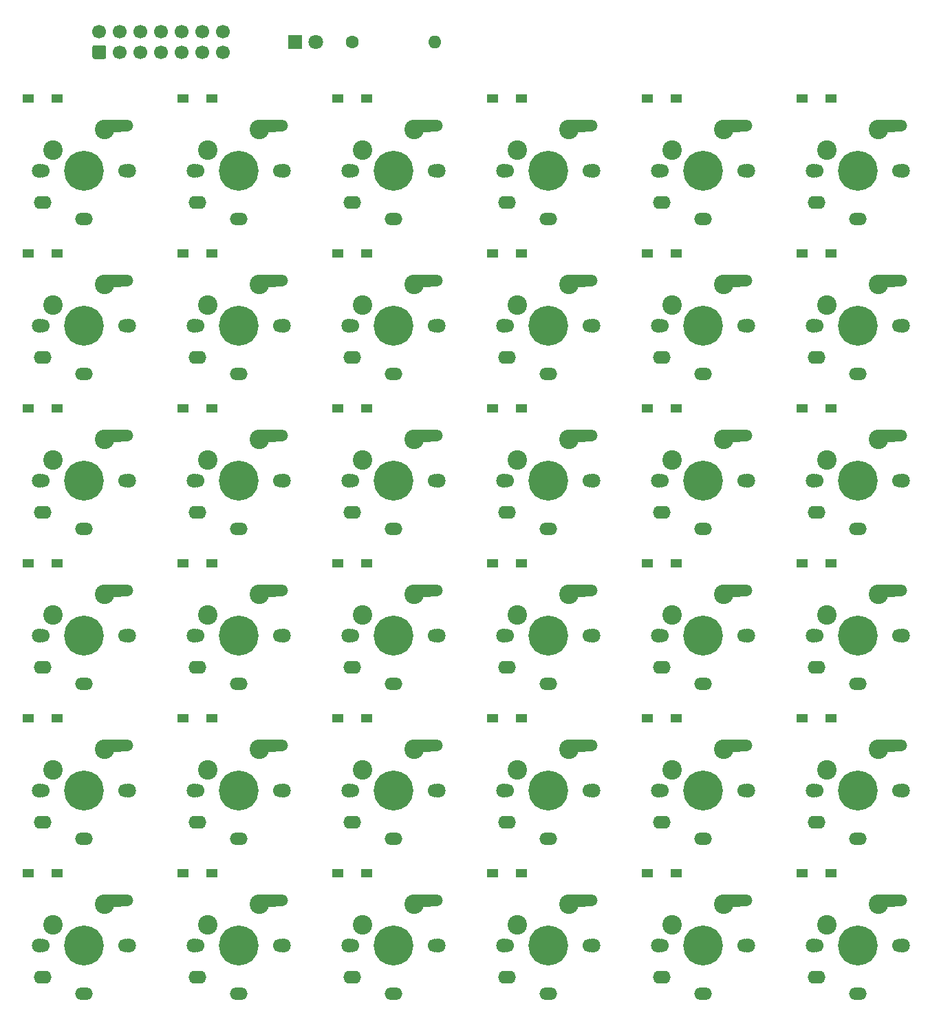
<source format=gbr>
%TF.GenerationSoftware,KiCad,Pcbnew,(5.1.10-1-10_14)*%
%TF.CreationDate,2021-11-08T13:36:25+08:00*%
%TF.ProjectId,Pragmatic,50726167-6d61-4746-9963-2e6b69636164,0.1*%
%TF.SameCoordinates,Original*%
%TF.FileFunction,Soldermask,Bot*%
%TF.FilePolarity,Negative*%
%FSLAX46Y46*%
G04 Gerber Fmt 4.6, Leading zero omitted, Abs format (unit mm)*
G04 Created by KiCad (PCBNEW (5.1.10-1-10_14)) date 2021-11-08 13:36:25*
%MOMM*%
%LPD*%
G01*
G04 APERTURE LIST*
%ADD10O,1.600000X1.600000*%
%ADD11C,1.600000*%
%ADD12C,1.700000*%
%ADD13C,1.800000*%
%ADD14R,1.800000X1.800000*%
%ADD15C,2.400000*%
%ADD16O,2.200000X1.600000*%
%ADD17C,4.900000*%
%ADD18O,2.200000X1.500000*%
%ADD19R,1.400000X1.000000*%
G04 APERTURE END LIST*
D10*
%TO.C,R1*%
X100330000Y-41275000D03*
D11*
X90170000Y-41275000D03*
%TD*%
D12*
%TO.C,J1*%
X74295000Y-40005000D03*
X71755000Y-40005000D03*
X69215000Y-40005000D03*
X66675000Y-40005000D03*
X64135000Y-40005000D03*
X61595000Y-40005000D03*
X59055000Y-40005000D03*
X74295000Y-42545000D03*
X71755000Y-42545000D03*
X69215000Y-42545000D03*
X66675000Y-42545000D03*
X64135000Y-42545000D03*
X61595000Y-42545000D03*
G36*
G01*
X59655000Y-43395000D02*
X58455000Y-43395000D01*
G75*
G02*
X58205000Y-43145000I0J250000D01*
G01*
X58205000Y-41945000D01*
G75*
G02*
X58455000Y-41695000I250000J0D01*
G01*
X59655000Y-41695000D01*
G75*
G02*
X59905000Y-41945000I0J-250000D01*
G01*
X59905000Y-43145000D01*
G75*
G02*
X59655000Y-43395000I-250000J0D01*
G01*
G37*
%TD*%
D13*
%TO.C,D37*%
X85725000Y-41275000D03*
D14*
X83185000Y-41275000D03*
%TD*%
D15*
%TO.C,SW9*%
X97790000Y-71120000D03*
G36*
G01*
X96950126Y-70678797D02*
X96950126Y-70678797D01*
G75*
G02*
X97693552Y-69922281I749971J6545D01*
G01*
X100593442Y-69896975D01*
G75*
G02*
X101349958Y-70640401I6545J-749971D01*
G01*
X101349958Y-70640401D01*
G75*
G02*
X100606532Y-71396917I-749971J-6545D01*
G01*
X97706642Y-71422223D01*
G75*
G02*
X96950126Y-70678797I-6545J749971D01*
G01*
G37*
D16*
X90150000Y-80100000D03*
D17*
X95250000Y-76200000D03*
D13*
X89750000Y-76200000D03*
X100750000Y-76200000D03*
D18*
X95250000Y-82100000D03*
D15*
X91440000Y-73660000D03*
D12*
X100330000Y-76200000D03*
X90170000Y-76200000D03*
%TD*%
D15*
%TO.C,SW3*%
X97790000Y-52070000D03*
G36*
G01*
X96950126Y-51628797D02*
X96950126Y-51628797D01*
G75*
G02*
X97693552Y-50872281I749971J6545D01*
G01*
X100593442Y-50846975D01*
G75*
G02*
X101349958Y-51590401I6545J-749971D01*
G01*
X101349958Y-51590401D01*
G75*
G02*
X100606532Y-52346917I-749971J-6545D01*
G01*
X97706642Y-52372223D01*
G75*
G02*
X96950126Y-51628797I-6545J749971D01*
G01*
G37*
D16*
X90150000Y-61050000D03*
D17*
X95250000Y-57150000D03*
D13*
X89750000Y-57150000D03*
X100750000Y-57150000D03*
D18*
X95250000Y-63050000D03*
D15*
X91440000Y-54610000D03*
D12*
X100330000Y-57150000D03*
X90170000Y-57150000D03*
%TD*%
D19*
%TO.C,D6*%
X149095000Y-48260000D03*
X145545000Y-48260000D03*
%TD*%
D15*
%TO.C,SW2*%
X78740000Y-52070000D03*
G36*
G01*
X77900126Y-51628797D02*
X77900126Y-51628797D01*
G75*
G02*
X78643552Y-50872281I749971J6545D01*
G01*
X81543442Y-50846975D01*
G75*
G02*
X82299958Y-51590401I6545J-749971D01*
G01*
X82299958Y-51590401D01*
G75*
G02*
X81556532Y-52346917I-749971J-6545D01*
G01*
X78656642Y-52372223D01*
G75*
G02*
X77900126Y-51628797I-6545J749971D01*
G01*
G37*
D16*
X71100000Y-61050000D03*
D17*
X76200000Y-57150000D03*
D13*
X70700000Y-57150000D03*
X81700000Y-57150000D03*
D18*
X76200000Y-63050000D03*
D15*
X72390000Y-54610000D03*
D12*
X81280000Y-57150000D03*
X71120000Y-57150000D03*
%TD*%
D15*
%TO.C,SW29*%
X135890000Y-128270000D03*
G36*
G01*
X135050126Y-127828797D02*
X135050126Y-127828797D01*
G75*
G02*
X135793552Y-127072281I749971J6545D01*
G01*
X138693442Y-127046975D01*
G75*
G02*
X139449958Y-127790401I6545J-749971D01*
G01*
X139449958Y-127790401D01*
G75*
G02*
X138706532Y-128546917I-749971J-6545D01*
G01*
X135806642Y-128572223D01*
G75*
G02*
X135050126Y-127828797I-6545J749971D01*
G01*
G37*
D16*
X128250000Y-137250000D03*
D17*
X133350000Y-133350000D03*
D13*
X127850000Y-133350000D03*
X138850000Y-133350000D03*
D18*
X133350000Y-139250000D03*
D15*
X129540000Y-130810000D03*
D12*
X138430000Y-133350000D03*
X128270000Y-133350000D03*
%TD*%
D15*
%TO.C,SW28*%
X116840000Y-128270000D03*
G36*
G01*
X116000126Y-127828797D02*
X116000126Y-127828797D01*
G75*
G02*
X116743552Y-127072281I749971J6545D01*
G01*
X119643442Y-127046975D01*
G75*
G02*
X120399958Y-127790401I6545J-749971D01*
G01*
X120399958Y-127790401D01*
G75*
G02*
X119656532Y-128546917I-749971J-6545D01*
G01*
X116756642Y-128572223D01*
G75*
G02*
X116000126Y-127828797I-6545J749971D01*
G01*
G37*
D16*
X109200000Y-137250000D03*
D17*
X114300000Y-133350000D03*
D13*
X108800000Y-133350000D03*
X119800000Y-133350000D03*
D18*
X114300000Y-139250000D03*
D15*
X110490000Y-130810000D03*
D12*
X119380000Y-133350000D03*
X109220000Y-133350000D03*
%TD*%
D15*
%TO.C,SW24*%
X154940000Y-109220000D03*
G36*
G01*
X154100126Y-108778797D02*
X154100126Y-108778797D01*
G75*
G02*
X154843552Y-108022281I749971J6545D01*
G01*
X157743442Y-107996975D01*
G75*
G02*
X158499958Y-108740401I6545J-749971D01*
G01*
X158499958Y-108740401D01*
G75*
G02*
X157756532Y-109496917I-749971J-6545D01*
G01*
X154856642Y-109522223D01*
G75*
G02*
X154100126Y-108778797I-6545J749971D01*
G01*
G37*
D16*
X147300000Y-118200000D03*
D17*
X152400000Y-114300000D03*
D13*
X146900000Y-114300000D03*
X157900000Y-114300000D03*
D18*
X152400000Y-120200000D03*
D15*
X148590000Y-111760000D03*
D12*
X157480000Y-114300000D03*
X147320000Y-114300000D03*
%TD*%
D19*
%TO.C,D3*%
X91945000Y-48260000D03*
X88395000Y-48260000D03*
%TD*%
%TO.C,D2*%
X72895000Y-48260000D03*
X69345000Y-48260000D03*
%TD*%
D15*
%TO.C,SW36*%
X154940000Y-147320000D03*
G36*
G01*
X154100126Y-146878797D02*
X154100126Y-146878797D01*
G75*
G02*
X154843552Y-146122281I749971J6545D01*
G01*
X157743442Y-146096975D01*
G75*
G02*
X158499958Y-146840401I6545J-749971D01*
G01*
X158499958Y-146840401D01*
G75*
G02*
X157756532Y-147596917I-749971J-6545D01*
G01*
X154856642Y-147622223D01*
G75*
G02*
X154100126Y-146878797I-6545J749971D01*
G01*
G37*
D16*
X147300000Y-156300000D03*
D17*
X152400000Y-152400000D03*
D13*
X146900000Y-152400000D03*
X157900000Y-152400000D03*
D18*
X152400000Y-158300000D03*
D15*
X148590000Y-149860000D03*
D12*
X157480000Y-152400000D03*
X147320000Y-152400000D03*
%TD*%
D15*
%TO.C,SW35*%
X135890000Y-147320000D03*
G36*
G01*
X135050126Y-146878797D02*
X135050126Y-146878797D01*
G75*
G02*
X135793552Y-146122281I749971J6545D01*
G01*
X138693442Y-146096975D01*
G75*
G02*
X139449958Y-146840401I6545J-749971D01*
G01*
X139449958Y-146840401D01*
G75*
G02*
X138706532Y-147596917I-749971J-6545D01*
G01*
X135806642Y-147622223D01*
G75*
G02*
X135050126Y-146878797I-6545J749971D01*
G01*
G37*
D16*
X128250000Y-156300000D03*
D17*
X133350000Y-152400000D03*
D13*
X127850000Y-152400000D03*
X138850000Y-152400000D03*
D18*
X133350000Y-158300000D03*
D15*
X129540000Y-149860000D03*
D12*
X138430000Y-152400000D03*
X128270000Y-152400000D03*
%TD*%
D15*
%TO.C,SW34*%
X116840000Y-147320000D03*
G36*
G01*
X116000126Y-146878797D02*
X116000126Y-146878797D01*
G75*
G02*
X116743552Y-146122281I749971J6545D01*
G01*
X119643442Y-146096975D01*
G75*
G02*
X120399958Y-146840401I6545J-749971D01*
G01*
X120399958Y-146840401D01*
G75*
G02*
X119656532Y-147596917I-749971J-6545D01*
G01*
X116756642Y-147622223D01*
G75*
G02*
X116000126Y-146878797I-6545J749971D01*
G01*
G37*
D16*
X109200000Y-156300000D03*
D17*
X114300000Y-152400000D03*
D13*
X108800000Y-152400000D03*
X119800000Y-152400000D03*
D18*
X114300000Y-158300000D03*
D15*
X110490000Y-149860000D03*
D12*
X119380000Y-152400000D03*
X109220000Y-152400000D03*
%TD*%
D15*
%TO.C,SW33*%
X97790000Y-147320000D03*
G36*
G01*
X96950126Y-146878797D02*
X96950126Y-146878797D01*
G75*
G02*
X97693552Y-146122281I749971J6545D01*
G01*
X100593442Y-146096975D01*
G75*
G02*
X101349958Y-146840401I6545J-749971D01*
G01*
X101349958Y-146840401D01*
G75*
G02*
X100606532Y-147596917I-749971J-6545D01*
G01*
X97706642Y-147622223D01*
G75*
G02*
X96950126Y-146878797I-6545J749971D01*
G01*
G37*
D16*
X90150000Y-156300000D03*
D17*
X95250000Y-152400000D03*
D13*
X89750000Y-152400000D03*
X100750000Y-152400000D03*
D18*
X95250000Y-158300000D03*
D15*
X91440000Y-149860000D03*
D12*
X100330000Y-152400000D03*
X90170000Y-152400000D03*
%TD*%
D15*
%TO.C,SW32*%
X78740000Y-147320000D03*
G36*
G01*
X77900126Y-146878797D02*
X77900126Y-146878797D01*
G75*
G02*
X78643552Y-146122281I749971J6545D01*
G01*
X81543442Y-146096975D01*
G75*
G02*
X82299958Y-146840401I6545J-749971D01*
G01*
X82299958Y-146840401D01*
G75*
G02*
X81556532Y-147596917I-749971J-6545D01*
G01*
X78656642Y-147622223D01*
G75*
G02*
X77900126Y-146878797I-6545J749971D01*
G01*
G37*
D16*
X71100000Y-156300000D03*
D17*
X76200000Y-152400000D03*
D13*
X70700000Y-152400000D03*
X81700000Y-152400000D03*
D18*
X76200000Y-158300000D03*
D15*
X72390000Y-149860000D03*
D12*
X81280000Y-152400000D03*
X71120000Y-152400000D03*
%TD*%
D15*
%TO.C,SW31*%
X59690000Y-147320000D03*
G36*
G01*
X58850126Y-146878797D02*
X58850126Y-146878797D01*
G75*
G02*
X59593552Y-146122281I749971J6545D01*
G01*
X62493442Y-146096975D01*
G75*
G02*
X63249958Y-146840401I6545J-749971D01*
G01*
X63249958Y-146840401D01*
G75*
G02*
X62506532Y-147596917I-749971J-6545D01*
G01*
X59606642Y-147622223D01*
G75*
G02*
X58850126Y-146878797I-6545J749971D01*
G01*
G37*
D16*
X52050000Y-156300000D03*
D17*
X57150000Y-152400000D03*
D13*
X51650000Y-152400000D03*
X62650000Y-152400000D03*
D18*
X57150000Y-158300000D03*
D15*
X53340000Y-149860000D03*
D12*
X62230000Y-152400000D03*
X52070000Y-152400000D03*
%TD*%
D15*
%TO.C,SW30*%
X154940000Y-128270000D03*
G36*
G01*
X154100126Y-127828797D02*
X154100126Y-127828797D01*
G75*
G02*
X154843552Y-127072281I749971J6545D01*
G01*
X157743442Y-127046975D01*
G75*
G02*
X158499958Y-127790401I6545J-749971D01*
G01*
X158499958Y-127790401D01*
G75*
G02*
X157756532Y-128546917I-749971J-6545D01*
G01*
X154856642Y-128572223D01*
G75*
G02*
X154100126Y-127828797I-6545J749971D01*
G01*
G37*
D16*
X147300000Y-137250000D03*
D17*
X152400000Y-133350000D03*
D13*
X146900000Y-133350000D03*
X157900000Y-133350000D03*
D18*
X152400000Y-139250000D03*
D15*
X148590000Y-130810000D03*
D12*
X157480000Y-133350000D03*
X147320000Y-133350000D03*
%TD*%
D15*
%TO.C,SW27*%
X97790000Y-128270000D03*
G36*
G01*
X96950126Y-127828797D02*
X96950126Y-127828797D01*
G75*
G02*
X97693552Y-127072281I749971J6545D01*
G01*
X100593442Y-127046975D01*
G75*
G02*
X101349958Y-127790401I6545J-749971D01*
G01*
X101349958Y-127790401D01*
G75*
G02*
X100606532Y-128546917I-749971J-6545D01*
G01*
X97706642Y-128572223D01*
G75*
G02*
X96950126Y-127828797I-6545J749971D01*
G01*
G37*
D16*
X90150000Y-137250000D03*
D17*
X95250000Y-133350000D03*
D13*
X89750000Y-133350000D03*
X100750000Y-133350000D03*
D18*
X95250000Y-139250000D03*
D15*
X91440000Y-130810000D03*
D12*
X100330000Y-133350000D03*
X90170000Y-133350000D03*
%TD*%
D15*
%TO.C,SW26*%
X78740000Y-128270000D03*
G36*
G01*
X77900126Y-127828797D02*
X77900126Y-127828797D01*
G75*
G02*
X78643552Y-127072281I749971J6545D01*
G01*
X81543442Y-127046975D01*
G75*
G02*
X82299958Y-127790401I6545J-749971D01*
G01*
X82299958Y-127790401D01*
G75*
G02*
X81556532Y-128546917I-749971J-6545D01*
G01*
X78656642Y-128572223D01*
G75*
G02*
X77900126Y-127828797I-6545J749971D01*
G01*
G37*
D16*
X71100000Y-137250000D03*
D17*
X76200000Y-133350000D03*
D13*
X70700000Y-133350000D03*
X81700000Y-133350000D03*
D18*
X76200000Y-139250000D03*
D15*
X72390000Y-130810000D03*
D12*
X81280000Y-133350000D03*
X71120000Y-133350000D03*
%TD*%
D15*
%TO.C,SW25*%
X59690000Y-128270000D03*
G36*
G01*
X58850126Y-127828797D02*
X58850126Y-127828797D01*
G75*
G02*
X59593552Y-127072281I749971J6545D01*
G01*
X62493442Y-127046975D01*
G75*
G02*
X63249958Y-127790401I6545J-749971D01*
G01*
X63249958Y-127790401D01*
G75*
G02*
X62506532Y-128546917I-749971J-6545D01*
G01*
X59606642Y-128572223D01*
G75*
G02*
X58850126Y-127828797I-6545J749971D01*
G01*
G37*
D16*
X52050000Y-137250000D03*
D17*
X57150000Y-133350000D03*
D13*
X51650000Y-133350000D03*
X62650000Y-133350000D03*
D18*
X57150000Y-139250000D03*
D15*
X53340000Y-130810000D03*
D12*
X62230000Y-133350000D03*
X52070000Y-133350000D03*
%TD*%
D15*
%TO.C,SW23*%
X135890000Y-109220000D03*
G36*
G01*
X135050126Y-108778797D02*
X135050126Y-108778797D01*
G75*
G02*
X135793552Y-108022281I749971J6545D01*
G01*
X138693442Y-107996975D01*
G75*
G02*
X139449958Y-108740401I6545J-749971D01*
G01*
X139449958Y-108740401D01*
G75*
G02*
X138706532Y-109496917I-749971J-6545D01*
G01*
X135806642Y-109522223D01*
G75*
G02*
X135050126Y-108778797I-6545J749971D01*
G01*
G37*
D16*
X128250000Y-118200000D03*
D17*
X133350000Y-114300000D03*
D13*
X127850000Y-114300000D03*
X138850000Y-114300000D03*
D18*
X133350000Y-120200000D03*
D15*
X129540000Y-111760000D03*
D12*
X138430000Y-114300000D03*
X128270000Y-114300000D03*
%TD*%
D15*
%TO.C,SW22*%
X116840000Y-109220000D03*
G36*
G01*
X116000126Y-108778797D02*
X116000126Y-108778797D01*
G75*
G02*
X116743552Y-108022281I749971J6545D01*
G01*
X119643442Y-107996975D01*
G75*
G02*
X120399958Y-108740401I6545J-749971D01*
G01*
X120399958Y-108740401D01*
G75*
G02*
X119656532Y-109496917I-749971J-6545D01*
G01*
X116756642Y-109522223D01*
G75*
G02*
X116000126Y-108778797I-6545J749971D01*
G01*
G37*
D16*
X109200000Y-118200000D03*
D17*
X114300000Y-114300000D03*
D13*
X108800000Y-114300000D03*
X119800000Y-114300000D03*
D18*
X114300000Y-120200000D03*
D15*
X110490000Y-111760000D03*
D12*
X119380000Y-114300000D03*
X109220000Y-114300000D03*
%TD*%
D15*
%TO.C,SW21*%
X97790000Y-109220000D03*
G36*
G01*
X96950126Y-108778797D02*
X96950126Y-108778797D01*
G75*
G02*
X97693552Y-108022281I749971J6545D01*
G01*
X100593442Y-107996975D01*
G75*
G02*
X101349958Y-108740401I6545J-749971D01*
G01*
X101349958Y-108740401D01*
G75*
G02*
X100606532Y-109496917I-749971J-6545D01*
G01*
X97706642Y-109522223D01*
G75*
G02*
X96950126Y-108778797I-6545J749971D01*
G01*
G37*
D16*
X90150000Y-118200000D03*
D17*
X95250000Y-114300000D03*
D13*
X89750000Y-114300000D03*
X100750000Y-114300000D03*
D18*
X95250000Y-120200000D03*
D15*
X91440000Y-111760000D03*
D12*
X100330000Y-114300000D03*
X90170000Y-114300000D03*
%TD*%
D15*
%TO.C,SW20*%
X78740000Y-109220000D03*
G36*
G01*
X77900126Y-108778797D02*
X77900126Y-108778797D01*
G75*
G02*
X78643552Y-108022281I749971J6545D01*
G01*
X81543442Y-107996975D01*
G75*
G02*
X82299958Y-108740401I6545J-749971D01*
G01*
X82299958Y-108740401D01*
G75*
G02*
X81556532Y-109496917I-749971J-6545D01*
G01*
X78656642Y-109522223D01*
G75*
G02*
X77900126Y-108778797I-6545J749971D01*
G01*
G37*
D16*
X71100000Y-118200000D03*
D17*
X76200000Y-114300000D03*
D13*
X70700000Y-114300000D03*
X81700000Y-114300000D03*
D18*
X76200000Y-120200000D03*
D15*
X72390000Y-111760000D03*
D12*
X81280000Y-114300000D03*
X71120000Y-114300000D03*
%TD*%
D15*
%TO.C,SW19*%
X59690000Y-109220000D03*
G36*
G01*
X58850126Y-108778797D02*
X58850126Y-108778797D01*
G75*
G02*
X59593552Y-108022281I749971J6545D01*
G01*
X62493442Y-107996975D01*
G75*
G02*
X63249958Y-108740401I6545J-749971D01*
G01*
X63249958Y-108740401D01*
G75*
G02*
X62506532Y-109496917I-749971J-6545D01*
G01*
X59606642Y-109522223D01*
G75*
G02*
X58850126Y-108778797I-6545J749971D01*
G01*
G37*
D16*
X52050000Y-118200000D03*
D17*
X57150000Y-114300000D03*
D13*
X51650000Y-114300000D03*
X62650000Y-114300000D03*
D18*
X57150000Y-120200000D03*
D15*
X53340000Y-111760000D03*
D12*
X62230000Y-114300000D03*
X52070000Y-114300000D03*
%TD*%
D15*
%TO.C,SW18*%
X154940000Y-90170000D03*
G36*
G01*
X154100126Y-89728797D02*
X154100126Y-89728797D01*
G75*
G02*
X154843552Y-88972281I749971J6545D01*
G01*
X157743442Y-88946975D01*
G75*
G02*
X158499958Y-89690401I6545J-749971D01*
G01*
X158499958Y-89690401D01*
G75*
G02*
X157756532Y-90446917I-749971J-6545D01*
G01*
X154856642Y-90472223D01*
G75*
G02*
X154100126Y-89728797I-6545J749971D01*
G01*
G37*
D16*
X147300000Y-99150000D03*
D17*
X152400000Y-95250000D03*
D13*
X146900000Y-95250000D03*
X157900000Y-95250000D03*
D18*
X152400000Y-101150000D03*
D15*
X148590000Y-92710000D03*
D12*
X157480000Y-95250000D03*
X147320000Y-95250000D03*
%TD*%
D15*
%TO.C,SW17*%
X135890000Y-90170000D03*
G36*
G01*
X135050126Y-89728797D02*
X135050126Y-89728797D01*
G75*
G02*
X135793552Y-88972281I749971J6545D01*
G01*
X138693442Y-88946975D01*
G75*
G02*
X139449958Y-89690401I6545J-749971D01*
G01*
X139449958Y-89690401D01*
G75*
G02*
X138706532Y-90446917I-749971J-6545D01*
G01*
X135806642Y-90472223D01*
G75*
G02*
X135050126Y-89728797I-6545J749971D01*
G01*
G37*
D16*
X128250000Y-99150000D03*
D17*
X133350000Y-95250000D03*
D13*
X127850000Y-95250000D03*
X138850000Y-95250000D03*
D18*
X133350000Y-101150000D03*
D15*
X129540000Y-92710000D03*
D12*
X138430000Y-95250000D03*
X128270000Y-95250000D03*
%TD*%
D15*
%TO.C,SW16*%
X116840000Y-90170000D03*
G36*
G01*
X116000126Y-89728797D02*
X116000126Y-89728797D01*
G75*
G02*
X116743552Y-88972281I749971J6545D01*
G01*
X119643442Y-88946975D01*
G75*
G02*
X120399958Y-89690401I6545J-749971D01*
G01*
X120399958Y-89690401D01*
G75*
G02*
X119656532Y-90446917I-749971J-6545D01*
G01*
X116756642Y-90472223D01*
G75*
G02*
X116000126Y-89728797I-6545J749971D01*
G01*
G37*
D16*
X109200000Y-99150000D03*
D17*
X114300000Y-95250000D03*
D13*
X108800000Y-95250000D03*
X119800000Y-95250000D03*
D18*
X114300000Y-101150000D03*
D15*
X110490000Y-92710000D03*
D12*
X119380000Y-95250000D03*
X109220000Y-95250000D03*
%TD*%
D15*
%TO.C,SW15*%
X97790000Y-90170000D03*
G36*
G01*
X96950126Y-89728797D02*
X96950126Y-89728797D01*
G75*
G02*
X97693552Y-88972281I749971J6545D01*
G01*
X100593442Y-88946975D01*
G75*
G02*
X101349958Y-89690401I6545J-749971D01*
G01*
X101349958Y-89690401D01*
G75*
G02*
X100606532Y-90446917I-749971J-6545D01*
G01*
X97706642Y-90472223D01*
G75*
G02*
X96950126Y-89728797I-6545J749971D01*
G01*
G37*
D16*
X90150000Y-99150000D03*
D17*
X95250000Y-95250000D03*
D13*
X89750000Y-95250000D03*
X100750000Y-95250000D03*
D18*
X95250000Y-101150000D03*
D15*
X91440000Y-92710000D03*
D12*
X100330000Y-95250000D03*
X90170000Y-95250000D03*
%TD*%
D15*
%TO.C,SW14*%
X78740000Y-90170000D03*
G36*
G01*
X77900126Y-89728797D02*
X77900126Y-89728797D01*
G75*
G02*
X78643552Y-88972281I749971J6545D01*
G01*
X81543442Y-88946975D01*
G75*
G02*
X82299958Y-89690401I6545J-749971D01*
G01*
X82299958Y-89690401D01*
G75*
G02*
X81556532Y-90446917I-749971J-6545D01*
G01*
X78656642Y-90472223D01*
G75*
G02*
X77900126Y-89728797I-6545J749971D01*
G01*
G37*
D16*
X71100000Y-99150000D03*
D17*
X76200000Y-95250000D03*
D13*
X70700000Y-95250000D03*
X81700000Y-95250000D03*
D18*
X76200000Y-101150000D03*
D15*
X72390000Y-92710000D03*
D12*
X81280000Y-95250000D03*
X71120000Y-95250000D03*
%TD*%
D15*
%TO.C,SW13*%
X59690000Y-90170000D03*
G36*
G01*
X58850126Y-89728797D02*
X58850126Y-89728797D01*
G75*
G02*
X59593552Y-88972281I749971J6545D01*
G01*
X62493442Y-88946975D01*
G75*
G02*
X63249958Y-89690401I6545J-749971D01*
G01*
X63249958Y-89690401D01*
G75*
G02*
X62506532Y-90446917I-749971J-6545D01*
G01*
X59606642Y-90472223D01*
G75*
G02*
X58850126Y-89728797I-6545J749971D01*
G01*
G37*
D16*
X52050000Y-99150000D03*
D17*
X57150000Y-95250000D03*
D13*
X51650000Y-95250000D03*
X62650000Y-95250000D03*
D18*
X57150000Y-101150000D03*
D15*
X53340000Y-92710000D03*
D12*
X62230000Y-95250000D03*
X52070000Y-95250000D03*
%TD*%
D15*
%TO.C,SW12*%
X154940000Y-71120000D03*
G36*
G01*
X154100126Y-70678797D02*
X154100126Y-70678797D01*
G75*
G02*
X154843552Y-69922281I749971J6545D01*
G01*
X157743442Y-69896975D01*
G75*
G02*
X158499958Y-70640401I6545J-749971D01*
G01*
X158499958Y-70640401D01*
G75*
G02*
X157756532Y-71396917I-749971J-6545D01*
G01*
X154856642Y-71422223D01*
G75*
G02*
X154100126Y-70678797I-6545J749971D01*
G01*
G37*
D16*
X147300000Y-80100000D03*
D17*
X152400000Y-76200000D03*
D13*
X146900000Y-76200000D03*
X157900000Y-76200000D03*
D18*
X152400000Y-82100000D03*
D15*
X148590000Y-73660000D03*
D12*
X157480000Y-76200000D03*
X147320000Y-76200000D03*
%TD*%
D15*
%TO.C,SW11*%
X135890000Y-71120000D03*
G36*
G01*
X135050126Y-70678797D02*
X135050126Y-70678797D01*
G75*
G02*
X135793552Y-69922281I749971J6545D01*
G01*
X138693442Y-69896975D01*
G75*
G02*
X139449958Y-70640401I6545J-749971D01*
G01*
X139449958Y-70640401D01*
G75*
G02*
X138706532Y-71396917I-749971J-6545D01*
G01*
X135806642Y-71422223D01*
G75*
G02*
X135050126Y-70678797I-6545J749971D01*
G01*
G37*
D16*
X128250000Y-80100000D03*
D17*
X133350000Y-76200000D03*
D13*
X127850000Y-76200000D03*
X138850000Y-76200000D03*
D18*
X133350000Y-82100000D03*
D15*
X129540000Y-73660000D03*
D12*
X138430000Y-76200000D03*
X128270000Y-76200000D03*
%TD*%
D15*
%TO.C,SW10*%
X116840000Y-71120000D03*
G36*
G01*
X116000126Y-70678797D02*
X116000126Y-70678797D01*
G75*
G02*
X116743552Y-69922281I749971J6545D01*
G01*
X119643442Y-69896975D01*
G75*
G02*
X120399958Y-70640401I6545J-749971D01*
G01*
X120399958Y-70640401D01*
G75*
G02*
X119656532Y-71396917I-749971J-6545D01*
G01*
X116756642Y-71422223D01*
G75*
G02*
X116000126Y-70678797I-6545J749971D01*
G01*
G37*
D16*
X109200000Y-80100000D03*
D17*
X114300000Y-76200000D03*
D13*
X108800000Y-76200000D03*
X119800000Y-76200000D03*
D18*
X114300000Y-82100000D03*
D15*
X110490000Y-73660000D03*
D12*
X119380000Y-76200000D03*
X109220000Y-76200000D03*
%TD*%
D15*
%TO.C,SW8*%
X78740000Y-71120000D03*
G36*
G01*
X77900126Y-70678797D02*
X77900126Y-70678797D01*
G75*
G02*
X78643552Y-69922281I749971J6545D01*
G01*
X81543442Y-69896975D01*
G75*
G02*
X82299958Y-70640401I6545J-749971D01*
G01*
X82299958Y-70640401D01*
G75*
G02*
X81556532Y-71396917I-749971J-6545D01*
G01*
X78656642Y-71422223D01*
G75*
G02*
X77900126Y-70678797I-6545J749971D01*
G01*
G37*
D16*
X71100000Y-80100000D03*
D17*
X76200000Y-76200000D03*
D13*
X70700000Y-76200000D03*
X81700000Y-76200000D03*
D18*
X76200000Y-82100000D03*
D15*
X72390000Y-73660000D03*
D12*
X81280000Y-76200000D03*
X71120000Y-76200000D03*
%TD*%
D15*
%TO.C,SW7*%
X59690000Y-71120000D03*
G36*
G01*
X58850126Y-70678797D02*
X58850126Y-70678797D01*
G75*
G02*
X59593552Y-69922281I749971J6545D01*
G01*
X62493442Y-69896975D01*
G75*
G02*
X63249958Y-70640401I6545J-749971D01*
G01*
X63249958Y-70640401D01*
G75*
G02*
X62506532Y-71396917I-749971J-6545D01*
G01*
X59606642Y-71422223D01*
G75*
G02*
X58850126Y-70678797I-6545J749971D01*
G01*
G37*
D16*
X52050000Y-80100000D03*
D17*
X57150000Y-76200000D03*
D13*
X51650000Y-76200000D03*
X62650000Y-76200000D03*
D18*
X57150000Y-82100000D03*
D15*
X53340000Y-73660000D03*
D12*
X62230000Y-76200000D03*
X52070000Y-76200000D03*
%TD*%
D15*
%TO.C,SW6*%
X154940000Y-52070000D03*
G36*
G01*
X154100126Y-51628797D02*
X154100126Y-51628797D01*
G75*
G02*
X154843552Y-50872281I749971J6545D01*
G01*
X157743442Y-50846975D01*
G75*
G02*
X158499958Y-51590401I6545J-749971D01*
G01*
X158499958Y-51590401D01*
G75*
G02*
X157756532Y-52346917I-749971J-6545D01*
G01*
X154856642Y-52372223D01*
G75*
G02*
X154100126Y-51628797I-6545J749971D01*
G01*
G37*
D16*
X147300000Y-61050000D03*
D17*
X152400000Y-57150000D03*
D13*
X146900000Y-57150000D03*
X157900000Y-57150000D03*
D18*
X152400000Y-63050000D03*
D15*
X148590000Y-54610000D03*
D12*
X157480000Y-57150000D03*
X147320000Y-57150000D03*
%TD*%
D15*
%TO.C,SW5*%
X135890000Y-52070000D03*
G36*
G01*
X135050126Y-51628797D02*
X135050126Y-51628797D01*
G75*
G02*
X135793552Y-50872281I749971J6545D01*
G01*
X138693442Y-50846975D01*
G75*
G02*
X139449958Y-51590401I6545J-749971D01*
G01*
X139449958Y-51590401D01*
G75*
G02*
X138706532Y-52346917I-749971J-6545D01*
G01*
X135806642Y-52372223D01*
G75*
G02*
X135050126Y-51628797I-6545J749971D01*
G01*
G37*
D16*
X128250000Y-61050000D03*
D17*
X133350000Y-57150000D03*
D13*
X127850000Y-57150000D03*
X138850000Y-57150000D03*
D18*
X133350000Y-63050000D03*
D15*
X129540000Y-54610000D03*
D12*
X138430000Y-57150000D03*
X128270000Y-57150000D03*
%TD*%
D15*
%TO.C,SW4*%
X116840000Y-52070000D03*
G36*
G01*
X116000126Y-51628797D02*
X116000126Y-51628797D01*
G75*
G02*
X116743552Y-50872281I749971J6545D01*
G01*
X119643442Y-50846975D01*
G75*
G02*
X120399958Y-51590401I6545J-749971D01*
G01*
X120399958Y-51590401D01*
G75*
G02*
X119656532Y-52346917I-749971J-6545D01*
G01*
X116756642Y-52372223D01*
G75*
G02*
X116000126Y-51628797I-6545J749971D01*
G01*
G37*
D16*
X109200000Y-61050000D03*
D17*
X114300000Y-57150000D03*
D13*
X108800000Y-57150000D03*
X119800000Y-57150000D03*
D18*
X114300000Y-63050000D03*
D15*
X110490000Y-54610000D03*
D12*
X119380000Y-57150000D03*
X109220000Y-57150000D03*
%TD*%
D15*
%TO.C,SW1*%
X59690000Y-52070000D03*
G36*
G01*
X58850126Y-51628797D02*
X58850126Y-51628797D01*
G75*
G02*
X59593552Y-50872281I749971J6545D01*
G01*
X62493442Y-50846975D01*
G75*
G02*
X63249958Y-51590401I6545J-749971D01*
G01*
X63249958Y-51590401D01*
G75*
G02*
X62506532Y-52346917I-749971J-6545D01*
G01*
X59606642Y-52372223D01*
G75*
G02*
X58850126Y-51628797I-6545J749971D01*
G01*
G37*
D16*
X52050000Y-61050000D03*
D17*
X57150000Y-57150000D03*
D13*
X51650000Y-57150000D03*
X62650000Y-57150000D03*
D18*
X57150000Y-63050000D03*
D15*
X53340000Y-54610000D03*
D12*
X62230000Y-57150000D03*
X52070000Y-57150000D03*
%TD*%
D19*
%TO.C,D36*%
X149095000Y-143510000D03*
X145545000Y-143510000D03*
%TD*%
%TO.C,D35*%
X130045000Y-143510000D03*
X126495000Y-143510000D03*
%TD*%
%TO.C,D34*%
X110995000Y-143510000D03*
X107445000Y-143510000D03*
%TD*%
%TO.C,D33*%
X91945000Y-143510000D03*
X88395000Y-143510000D03*
%TD*%
%TO.C,D32*%
X72895000Y-143510000D03*
X69345000Y-143510000D03*
%TD*%
%TO.C,D31*%
X53845000Y-143510000D03*
X50295000Y-143510000D03*
%TD*%
%TO.C,D30*%
X149095000Y-124460000D03*
X145545000Y-124460000D03*
%TD*%
%TO.C,D29*%
X130045000Y-124460000D03*
X126495000Y-124460000D03*
%TD*%
%TO.C,D28*%
X110995000Y-124460000D03*
X107445000Y-124460000D03*
%TD*%
%TO.C,D27*%
X91945000Y-124460000D03*
X88395000Y-124460000D03*
%TD*%
%TO.C,D26*%
X72895000Y-124460000D03*
X69345000Y-124460000D03*
%TD*%
%TO.C,D25*%
X53845000Y-124460000D03*
X50295000Y-124460000D03*
%TD*%
%TO.C,D24*%
X149095000Y-105410000D03*
X145545000Y-105410000D03*
%TD*%
%TO.C,D23*%
X130045000Y-105410000D03*
X126495000Y-105410000D03*
%TD*%
%TO.C,D22*%
X110995000Y-105410000D03*
X107445000Y-105410000D03*
%TD*%
%TO.C,D21*%
X91945000Y-105410000D03*
X88395000Y-105410000D03*
%TD*%
%TO.C,D20*%
X72895000Y-105410000D03*
X69345000Y-105410000D03*
%TD*%
%TO.C,D19*%
X53845000Y-105410000D03*
X50295000Y-105410000D03*
%TD*%
%TO.C,D18*%
X149095000Y-86360000D03*
X145545000Y-86360000D03*
%TD*%
%TO.C,D17*%
X130045000Y-86360000D03*
X126495000Y-86360000D03*
%TD*%
%TO.C,D16*%
X110995000Y-86360000D03*
X107445000Y-86360000D03*
%TD*%
%TO.C,D15*%
X91945000Y-86360000D03*
X88395000Y-86360000D03*
%TD*%
%TO.C,D14*%
X72895000Y-86360000D03*
X69345000Y-86360000D03*
%TD*%
%TO.C,D13*%
X53845000Y-86360000D03*
X50295000Y-86360000D03*
%TD*%
%TO.C,D12*%
X149095000Y-67310000D03*
X145545000Y-67310000D03*
%TD*%
%TO.C,D11*%
X130045000Y-67310000D03*
X126495000Y-67310000D03*
%TD*%
%TO.C,D10*%
X110995000Y-67310000D03*
X107445000Y-67310000D03*
%TD*%
%TO.C,D9*%
X91945000Y-67310000D03*
X88395000Y-67310000D03*
%TD*%
%TO.C,D8*%
X72895000Y-67310000D03*
X69345000Y-67310000D03*
%TD*%
%TO.C,D7*%
X53845000Y-67310000D03*
X50295000Y-67310000D03*
%TD*%
%TO.C,D5*%
X130045000Y-48260000D03*
X126495000Y-48260000D03*
%TD*%
%TO.C,D4*%
X110995000Y-48260000D03*
X107445000Y-48260000D03*
%TD*%
%TO.C,D1*%
X53845000Y-48260000D03*
X50295000Y-48260000D03*
%TD*%
M02*

</source>
